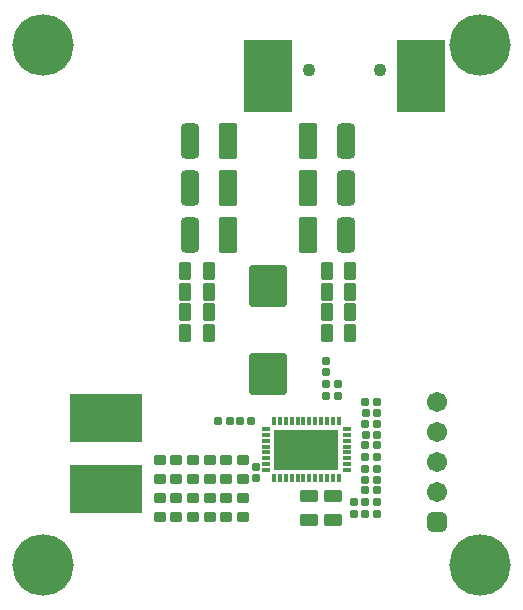
<source format=gts>
G04*
G04 #@! TF.GenerationSoftware,Altium Limited,Altium Designer,21.2.1 (34)*
G04*
G04 Layer_Color=8388736*
%FSTAX24Y24*%
%MOIN*%
G70*
G04*
G04 #@! TF.SameCoordinates,EB3D7B52-6A9D-4B9E-8443-9CCFCCE6FA82*
G04*
G04*
G04 #@! TF.FilePolarity,Negative*
G04*
G01*
G75*
%ADD28R,0.2147X0.1359*%
G04:AMPARAMS|DCode=29|XSize=15.8mil|YSize=29.6mil|CornerRadius=5.5mil|HoleSize=0mil|Usage=FLASHONLY|Rotation=270.000|XOffset=0mil|YOffset=0mil|HoleType=Round|Shape=RoundedRectangle|*
%AMROUNDEDRECTD29*
21,1,0.0158,0.0187,0,0,270.0*
21,1,0.0049,0.0296,0,0,270.0*
1,1,0.0109,-0.0094,-0.0025*
1,1,0.0109,-0.0094,0.0025*
1,1,0.0109,0.0094,0.0025*
1,1,0.0109,0.0094,-0.0025*
%
%ADD29ROUNDEDRECTD29*%
G04:AMPARAMS|DCode=30|XSize=15.8mil|YSize=29.6mil|CornerRadius=5.5mil|HoleSize=0mil|Usage=FLASHONLY|Rotation=0.000|XOffset=0mil|YOffset=0mil|HoleType=Round|Shape=RoundedRectangle|*
%AMROUNDEDRECTD30*
21,1,0.0158,0.0187,0,0,0.0*
21,1,0.0049,0.0296,0,0,0.0*
1,1,0.0109,0.0025,-0.0094*
1,1,0.0109,-0.0025,-0.0094*
1,1,0.0109,-0.0025,0.0094*
1,1,0.0109,0.0025,0.0094*
%
%ADD30ROUNDEDRECTD30*%
G04:AMPARAMS|DCode=31|XSize=140.5mil|YSize=126.1mil|CornerRadius=9.9mil|HoleSize=0mil|Usage=FLASHONLY|Rotation=90.000|XOffset=0mil|YOffset=0mil|HoleType=Round|Shape=RoundedRectangle|*
%AMROUNDEDRECTD31*
21,1,0.1405,0.1063,0,0,90.0*
21,1,0.1207,0.1261,0,0,90.0*
1,1,0.0198,0.0531,0.0603*
1,1,0.0198,0.0531,-0.0603*
1,1,0.0198,-0.0531,-0.0603*
1,1,0.0198,-0.0531,0.0603*
%
%ADD31ROUNDEDRECTD31*%
G04:AMPARAMS|DCode=32|XSize=27.6mil|YSize=23.6mil|CornerRadius=3.9mil|HoleSize=0mil|Usage=FLASHONLY|Rotation=90.000|XOffset=0mil|YOffset=0mil|HoleType=Round|Shape=RoundedRectangle|*
%AMROUNDEDRECTD32*
21,1,0.0276,0.0157,0,0,90.0*
21,1,0.0197,0.0236,0,0,90.0*
1,1,0.0079,0.0079,0.0098*
1,1,0.0079,0.0079,-0.0098*
1,1,0.0079,-0.0079,-0.0098*
1,1,0.0079,-0.0079,0.0098*
%
%ADD32ROUNDEDRECTD32*%
G04:AMPARAMS|DCode=33|XSize=41.3mil|YSize=35.4mil|CornerRadius=5.1mil|HoleSize=0mil|Usage=FLASHONLY|Rotation=180.000|XOffset=0mil|YOffset=0mil|HoleType=Round|Shape=RoundedRectangle|*
%AMROUNDEDRECTD33*
21,1,0.0413,0.0252,0,0,180.0*
21,1,0.0311,0.0354,0,0,180.0*
1,1,0.0102,-0.0156,0.0126*
1,1,0.0102,0.0156,0.0126*
1,1,0.0102,0.0156,-0.0126*
1,1,0.0102,-0.0156,-0.0126*
%
%ADD33ROUNDEDRECTD33*%
G04:AMPARAMS|DCode=34|XSize=27.6mil|YSize=23.6mil|CornerRadius=4.9mil|HoleSize=0mil|Usage=FLASHONLY|Rotation=180.000|XOffset=0mil|YOffset=0mil|HoleType=Round|Shape=RoundedRectangle|*
%AMROUNDEDRECTD34*
21,1,0.0276,0.0138,0,0,180.0*
21,1,0.0177,0.0236,0,0,180.0*
1,1,0.0098,-0.0089,0.0069*
1,1,0.0098,0.0089,0.0069*
1,1,0.0098,0.0089,-0.0069*
1,1,0.0098,-0.0089,-0.0069*
%
%ADD34ROUNDEDRECTD34*%
G04:AMPARAMS|DCode=35|XSize=63.1mil|YSize=118.2mil|CornerRadius=17.8mil|HoleSize=0mil|Usage=FLASHONLY|Rotation=180.000|XOffset=0mil|YOffset=0mil|HoleType=Round|Shape=RoundedRectangle|*
%AMROUNDEDRECTD35*
21,1,0.0631,0.0827,0,0,180.0*
21,1,0.0276,0.1182,0,0,180.0*
1,1,0.0356,-0.0138,0.0413*
1,1,0.0356,0.0138,0.0413*
1,1,0.0356,0.0138,-0.0413*
1,1,0.0356,-0.0138,-0.0413*
%
%ADD35ROUNDEDRECTD35*%
G04:AMPARAMS|DCode=36|XSize=63.1mil|YSize=118.2mil|CornerRadius=6.8mil|HoleSize=0mil|Usage=FLASHONLY|Rotation=180.000|XOffset=0mil|YOffset=0mil|HoleType=Round|Shape=RoundedRectangle|*
%AMROUNDEDRECTD36*
21,1,0.0631,0.1047,0,0,180.0*
21,1,0.0496,0.1182,0,0,180.0*
1,1,0.0135,-0.0248,0.0524*
1,1,0.0135,0.0248,0.0524*
1,1,0.0135,0.0248,-0.0524*
1,1,0.0135,-0.0248,-0.0524*
%
%ADD36ROUNDEDRECTD36*%
G04:AMPARAMS|DCode=37|XSize=59.1mil|YSize=39.4mil|CornerRadius=5.5mil|HoleSize=0mil|Usage=FLASHONLY|Rotation=180.000|XOffset=0mil|YOffset=0mil|HoleType=Round|Shape=RoundedRectangle|*
%AMROUNDEDRECTD37*
21,1,0.0591,0.0283,0,0,180.0*
21,1,0.0480,0.0394,0,0,180.0*
1,1,0.0110,-0.0240,0.0142*
1,1,0.0110,0.0240,0.0142*
1,1,0.0110,0.0240,-0.0142*
1,1,0.0110,-0.0240,-0.0142*
%
%ADD37ROUNDEDRECTD37*%
%ADD38R,0.2402X0.1614*%
%ADD39C,0.0433*%
G04:AMPARAMS|DCode=40|XSize=27.6mil|YSize=23.6mil|CornerRadius=4.9mil|HoleSize=0mil|Usage=FLASHONLY|Rotation=270.000|XOffset=0mil|YOffset=0mil|HoleType=Round|Shape=RoundedRectangle|*
%AMROUNDEDRECTD40*
21,1,0.0276,0.0138,0,0,270.0*
21,1,0.0177,0.0236,0,0,270.0*
1,1,0.0098,-0.0069,-0.0089*
1,1,0.0098,-0.0069,0.0089*
1,1,0.0098,0.0069,0.0089*
1,1,0.0098,0.0069,-0.0089*
%
%ADD40ROUNDEDRECTD40*%
G04:AMPARAMS|DCode=41|XSize=27.6mil|YSize=23.6mil|CornerRadius=3.9mil|HoleSize=0mil|Usage=FLASHONLY|Rotation=180.000|XOffset=0mil|YOffset=0mil|HoleType=Round|Shape=RoundedRectangle|*
%AMROUNDEDRECTD41*
21,1,0.0276,0.0157,0,0,180.0*
21,1,0.0197,0.0236,0,0,180.0*
1,1,0.0079,-0.0098,0.0079*
1,1,0.0079,0.0098,0.0079*
1,1,0.0079,0.0098,-0.0079*
1,1,0.0079,-0.0098,-0.0079*
%
%ADD41ROUNDEDRECTD41*%
G04:AMPARAMS|DCode=42|XSize=59.1mil|YSize=39.4mil|CornerRadius=5.5mil|HoleSize=0mil|Usage=FLASHONLY|Rotation=90.000|XOffset=0mil|YOffset=0mil|HoleType=Round|Shape=RoundedRectangle|*
%AMROUNDEDRECTD42*
21,1,0.0591,0.0283,0,0,90.0*
21,1,0.0480,0.0394,0,0,90.0*
1,1,0.0110,0.0142,0.0240*
1,1,0.0110,0.0142,-0.0240*
1,1,0.0110,-0.0142,-0.0240*
1,1,0.0110,-0.0142,0.0240*
%
%ADD42ROUNDEDRECTD42*%
%ADD43R,0.1614X0.2402*%
%ADD44C,0.0671*%
G04:AMPARAMS|DCode=45|XSize=67.1mil|YSize=67.1mil|CornerRadius=18.8mil|HoleSize=0mil|Usage=FLASHONLY|Rotation=90.000|XOffset=0mil|YOffset=0mil|HoleType=Round|Shape=RoundedRectangle|*
%AMROUNDEDRECTD45*
21,1,0.0671,0.0295,0,0,90.0*
21,1,0.0295,0.0671,0,0,90.0*
1,1,0.0375,0.0148,0.0148*
1,1,0.0375,0.0148,-0.0148*
1,1,0.0375,-0.0148,-0.0148*
1,1,0.0375,-0.0148,0.0148*
%
%ADD45ROUNDEDRECTD45*%
%ADD46C,0.2049*%
%ADD47C,0.0395*%
D28*
X043224Y023086D02*
D03*
D29*
X044563Y023775D02*
D03*
Y023578D02*
D03*
Y023381D02*
D03*
Y023184D02*
D03*
Y022987D02*
D03*
Y022791D02*
D03*
Y022594D02*
D03*
Y022397D02*
D03*
X041885D02*
D03*
Y022594D02*
D03*
Y022791D02*
D03*
Y022987D02*
D03*
Y023184D02*
D03*
Y023381D02*
D03*
Y023578D02*
D03*
Y023775D02*
D03*
D30*
X044307Y022141D02*
D03*
X04411D02*
D03*
X043913D02*
D03*
X043716D02*
D03*
X043519D02*
D03*
X043322D02*
D03*
X043126D02*
D03*
X042929D02*
D03*
X042732D02*
D03*
X042535D02*
D03*
X042338D02*
D03*
X042141D02*
D03*
Y024031D02*
D03*
X042338D02*
D03*
X042535D02*
D03*
X042732D02*
D03*
X042929D02*
D03*
X043126D02*
D03*
X043322D02*
D03*
X043519D02*
D03*
X043716D02*
D03*
X043913D02*
D03*
X04411D02*
D03*
X044307D02*
D03*
D31*
X041937Y028535D02*
D03*
X041937Y025612D02*
D03*
D32*
X045586Y02283D02*
D03*
X045193D02*
D03*
X045586Y023224D02*
D03*
X045193D02*
D03*
X045193Y023932D02*
D03*
X045586D02*
D03*
X045586Y022082D02*
D03*
X045193D02*
D03*
X045586Y021728D02*
D03*
X045193D02*
D03*
X045586Y024682D02*
D03*
X045193D02*
D03*
X045193Y022436D02*
D03*
X045586D02*
D03*
X040681Y024031D02*
D03*
X040288D02*
D03*
D33*
X041098Y022091D02*
D03*
Y022721D02*
D03*
X038342Y021461D02*
D03*
Y020831D02*
D03*
X039444D02*
D03*
Y021461D02*
D03*
X038893Y020831D02*
D03*
Y021461D02*
D03*
X039995Y020831D02*
D03*
Y021461D02*
D03*
X040546Y020831D02*
D03*
Y021461D02*
D03*
X041098Y020831D02*
D03*
Y021461D02*
D03*
X038893Y022091D02*
D03*
Y022721D02*
D03*
X039995Y022091D02*
D03*
Y022721D02*
D03*
X038342Y022091D02*
D03*
Y022721D02*
D03*
X039444Y022091D02*
D03*
Y022721D02*
D03*
X040546Y022091D02*
D03*
Y022721D02*
D03*
D34*
X04387Y026023D02*
D03*
Y025669D02*
D03*
X041531Y022504D02*
D03*
Y02215D02*
D03*
D35*
X044535Y033371D02*
D03*
X039339Y030221D02*
D03*
Y031796D02*
D03*
X044535Y030221D02*
D03*
Y031796D02*
D03*
X039339Y033371D02*
D03*
D36*
X043276Y033371D02*
D03*
X040598Y030221D02*
D03*
Y031796D02*
D03*
X043276Y030221D02*
D03*
Y031796D02*
D03*
X040598Y033371D02*
D03*
D37*
X043322Y020752D02*
D03*
Y02154D02*
D03*
X04411Y02154D02*
D03*
Y020752D02*
D03*
D38*
X036531Y024138D02*
D03*
X036531Y021776D02*
D03*
D39*
X045677Y035733D02*
D03*
X043315D02*
D03*
D40*
X045567Y023578D02*
D03*
X045212D02*
D03*
Y024287D02*
D03*
X045567D02*
D03*
X04137Y024031D02*
D03*
X041016D02*
D03*
D41*
X044263Y024862D02*
D03*
Y025256D02*
D03*
X044799Y020949D02*
D03*
Y021343D02*
D03*
X045193Y021343D02*
D03*
Y020949D02*
D03*
X045586Y021343D02*
D03*
Y020949D02*
D03*
X04387Y024862D02*
D03*
Y025256D02*
D03*
D42*
X039969Y026974D02*
D03*
X039181D02*
D03*
X039969Y027663D02*
D03*
X039181D02*
D03*
X039969Y028352D02*
D03*
X039181D02*
D03*
X039969Y029041D02*
D03*
X039181D02*
D03*
X044693Y026974D02*
D03*
X043906D02*
D03*
X044693Y027663D02*
D03*
X043906D02*
D03*
X044693Y028352D02*
D03*
X043906D02*
D03*
X044693Y029041D02*
D03*
X043906D02*
D03*
D43*
X041937Y035536D02*
D03*
X047055D02*
D03*
D44*
X047574Y024673D02*
D03*
Y023673D02*
D03*
Y022673D02*
D03*
Y021673D02*
D03*
D45*
Y020673D02*
D03*
D46*
X049017Y036569D02*
D03*
X049017Y019246D02*
D03*
X03445D02*
D03*
X03445Y036569D02*
D03*
D47*
X042358Y022653D02*
D03*
Y023086D02*
D03*
Y023519D02*
D03*
X042791Y022653D02*
D03*
Y023086D02*
D03*
Y023519D02*
D03*
X043224Y022653D02*
D03*
Y023086D02*
D03*
Y023519D02*
D03*
X043657Y022653D02*
D03*
Y023086D02*
D03*
Y023519D02*
D03*
X04409Y022653D02*
D03*
Y023086D02*
D03*
Y023519D02*
D03*
M02*

</source>
